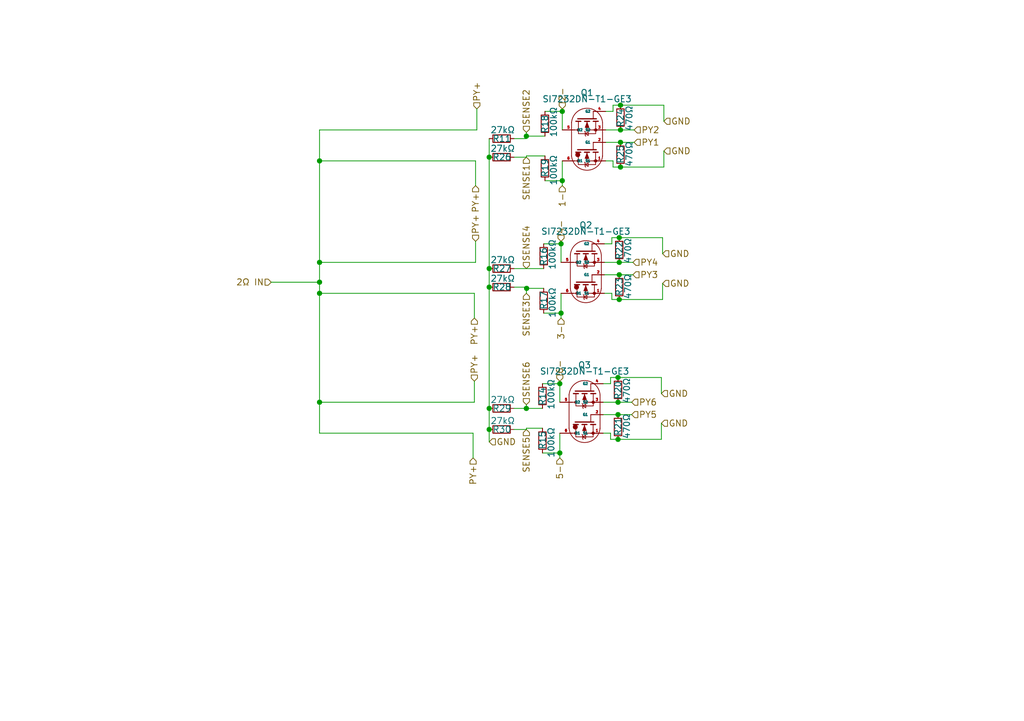
<source format=kicad_sch>
(kicad_sch (version 20231120) (generator "eeschema") (generator_version "8.0")
  (paper "A5")
  (title_block (title "WINTER Pyro Channels") (date "2024-04-24") (rev "3.2"))
  (lib_symbols
    (symbol "Device:R_Small" (pin_numbers hide) (pin_names (offset 0.254) hide)
      (property "Reference" "R" (at 0.762 0.508 0))
      (property "Value" "R_Small" (at 0.762 -1.016 0))
      (symbol "R_Small_0_1"
        (rectangle (start -0.762 1.778) (end 0.762 -1.778) (stroke (width 0.2032)))
      )
      (symbol "R_Small_1_1"
        (pin passive line (at 0 2.54 270) (length 0.762) (name "~") (number "1"))
        (pin passive line (at 0 -2.54 90) (length 0.762) (name "~") (number "2"))
      )
    )
    (symbol "rev3_components:SI7232DN-T1-GE3"
      (property "Reference" "Q" (at 4.064 5.334 0))
      (symbol "SI7232DN-T1-GE3_0_1"
        (polyline (pts (xy 0.0001 6.2634) (xy 0.0001 5.5014)))
        (polyline (pts (xy 1.7809 2.5595) (xy 1.7809 1.5435)) (stroke (width 0.254)))
        (polyline (pts (xy 1.7809 4.3375) (xy 1.7809 3.3215)) (stroke (width 0.254)))
        (polyline (pts (xy 1.7809 6.1155) (xy 1.7809 5.0995)) (stroke (width 0.254)))
        (polyline (pts (xy 2.2889 5.7345) (xy 2.2889 1.9245)) (stroke (width 0.254)))
        (polyline (pts (xy 2.3705 2.54) (xy 3.81 2.54)))
        (polyline (pts (xy 6.35 6.35) (xy 6.35 5.588)))
        (polyline (pts (xy 7.8309 0.6297) (xy 0.9347 0.6297)))
        (polyline (pts (xy 7.8916 6.9872) (xy 0.9954 6.9872)))
        (polyline (pts (xy 8.128 2.54) (xy 8.128 1.524)) (stroke (width 0.254)))
        (polyline (pts (xy 8.128 4.318) (xy 8.128 3.302)) (stroke (width 0.254)))
        (polyline (pts (xy 8.128 6.096) (xy 8.128 5.08)) (stroke (width 0.254)))
        (polyline (pts (xy 8.636 5.715) (xy 8.636 1.905)) (stroke (width 0.254)))
        (polyline (pts (xy 8.6953 2.5401) (xy 10.16 2.54)))
        (polyline (pts (xy 0.0029 1.2895) (xy 0.0029 3.8295) (xy 1.7809 3.8295)))
        (polyline (pts (xy 6.35 1.27) (xy 6.35 3.81) (xy 8.128 3.81)))
        (polyline (pts (xy -0.7591 4.2105) (xy -0.3781 3.5755) (xy -1.1401 3.5755) (xy -0.7591 4.2105)))
        (polyline (pts (xy -0.2511 4.3375) (xy -0.3781 4.2105) (xy -1.1401 4.2105) (xy -1.2671 4.0835)))
        (polyline (pts (xy 1.5269 3.8295) (xy 0.5109 4.2105) (xy 0.5109 3.4485) (xy 1.5269 3.8295)) (fill (type outline)))
        (polyline (pts (xy 1.7809 2.0515) (xy -0.7591 2.0515) (xy -0.7591 5.6075) (xy 1.7809 5.6075)))
        (polyline (pts (xy 5.588 4.191) (xy 5.969 3.556) (xy 5.207 3.556) (xy 5.588 4.191)))
        (polyline (pts (xy 6.096 4.318) (xy 5.969 4.191) (xy 5.207 4.191) (xy 5.08 4.064)))
        (polyline (pts (xy 7.874 3.81) (xy 6.858 4.191) (xy 6.858 3.429) (xy 7.874 3.81)) (fill (type outline)))
        (polyline (pts (xy 8.128 2.032) (xy 5.588 2.032) (xy 5.588 5.588) (xy 8.128 5.588)))
        (circle (center 0.0029 2.0515) (radius 0.254) (fill (type outline)))
        (circle (center 0.0029 5.6075) (radius 0.254) (fill (type outline)))
        (arc (start 1.0229 6.985) (mid -1.9146 3.81) (end 1.0229 0.635))
        (arc (start 1.27 5.715) (mid 1.27 5.715) (end 1.27 5.715) (stroke (width 1)))
        (circle (center 6.35 2.032) (radius 0.254) (fill (type outline)))
        (circle (center 6.35 5.588) (radius 0.254) (fill (type outline)))
        (arc (start 7.8671 0.635) (mid 10.8046 3.81) (end 7.8671 6.985))
      )
      (symbol "SI7232DN-T1-GE3_1_1"
        (pin passive line (at 0 0 90) (length 2.54) (name "S1") (number "1"))
        (pin passive line (at 3.81 0 90) (length 2.54) (name "G1") (number "2"))
        (pin passive line (at 6.35 0 90) (length 2.54) (name "S2") (number "3"))
        (pin passive line (at 10.16 0 90) (length 2.54) (name "G2") (number "4"))
        (pin passive line (at 6.35 8.89 270) (length 2.54) (name "D2") (number "5"))
        (pin passive line (at 0 8.89 270) (length 2.54) (name "D1") (number "6"))
      )
    )
  )
  (junction (at 115.062 50.038))
  (junction (at 114.808 92.964))
  (junction (at 107.95 83.82))
  (junction (at 65.532 60.198))
  (junction (at 114.808 78.74))
  (junction (at 127 48.768))
  (junction (at 127.254 29.21))
  (junction (at 65.532 57.912))
  (junction (at 65.532 33.02))
  (junction (at 127.254 21.59))
  (junction (at 126.746 82.55))
  (junction (at 100.33 32.258))
  (junction (at 100.33 83.82))
  (junction (at 100.33 55.118))
  (junction (at 108.0034 59.182))
  (junction (at 126.746 85.09))
  (junction (at 127 56.388))
  (junction (at 127 61.468))
  (junction (at 65.532 82.55))
  (junction (at 100.33 88.138))
  (junction (at 65.532 53.848))
  (junction (at 127.254 34.29))
  (junction (at 100.33 58.928))
  (junction (at 115.062 64.262))
  (junction (at 127 53.848))
  (junction (at 115.316 22.86))
  (junction (at 126.746 77.47))
  (junction (at 107.95 27.94))
  (junction (at 127.254 26.67))
  (junction (at 115.316 37.084))
  (junction (at 126.746 90.17))
  (wire (pts (xy 124.206 26.67) (xy 127.254 26.67)))
  (wire (pts (xy 115.062 60.198) (xy 115.062 64.262)))
  (wire (pts (xy 100.33 28.448) (xy 100.33 32.258)))
  (wire (pts (xy 65.532 53.848) (xy 65.532 33.02)))
  (wire (pts (xy 111.76 37.084) (xy 115.316 37.084)))
  (wire (pts (xy 105.41 83.82) (xy 107.95 83.82)))
  (wire (pts (xy 126.746 85.09) (xy 129.54 85.09)))
  (wire (pts (xy 124.206 22.86) (xy 125.73 22.86)))
  (wire (pts (xy 125.476 48.768) (xy 127 48.768)))
  (wire (pts (xy 123.952 56.388) (xy 127 56.388)))
  (wire (pts (xy 125.476 60.198) (xy 125.476 61.468)))
  (wire (pts (xy 123.952 53.848) (xy 127 53.848)))
  (wire (pts (xy 127 56.388) (xy 129.794 56.388)))
  (wire (pts (xy 107.95 87.884) (xy 111.252 87.884)))
  (wire (pts (xy 125.476 50.038) (xy 125.476 48.768)))
  (wire (pts (xy 97.536 33.02) (xy 97.536 38.1)))
  (wire (pts (xy 107.95 83.058) (xy 107.95 83.82)))
  (wire (pts (xy 126.746 90.17) (xy 135.636 90.17)))
  (wire (pts (xy 124.206 29.21) (xy 127.254 29.21)))
  (wire (pts (xy 107.95 88.138) (xy 107.95 87.884)))
  (wire (pts (xy 115.316 37.084) (xy 115.316 38.1)))
  (wire (pts (xy 97.282 60.198) (xy 97.282 65.278)))
  (wire (pts (xy 127.254 26.67) (xy 130.048 26.67)))
  (wire (pts (xy 127.254 34.29) (xy 136.144 34.29)))
  (wire (pts (xy 125.73 34.29) (xy 127.254 34.29)))
  (wire (pts (xy 136.144 21.59) (xy 136.144 24.892)))
  (wire (pts (xy 65.532 33.02) (xy 65.532 26.67)))
  (wire (pts (xy 125.476 61.468) (xy 127 61.468)))
  (wire (pts (xy 97.282 78.232) (xy 97.282 82.55)))
  (wire (pts (xy 114.808 78.232) (xy 114.808 78.74)))
  (wire (pts (xy 125.73 22.86) (xy 125.73 21.59)))
  (wire (pts (xy 107.95 60.198) (xy 107.95 59.182)))
  (wire (pts (xy 125.222 88.9) (xy 125.222 90.17)))
  (wire (pts (xy 65.532 33.02) (xy 97.536 33.02)))
  (wire (pts (xy 123.698 78.74) (xy 125.222 78.74)))
  (wire (pts (xy 115.062 64.262) (xy 115.062 65.278)))
  (wire (pts (xy 135.636 77.47) (xy 135.636 80.772)))
  (wire (pts (xy 111.252 92.964) (xy 114.808 92.964)))
  (wire (pts (xy 65.532 88.9) (xy 65.532 82.55)))
  (wire (pts (xy 115.062 50.038) (xy 115.062 53.848)))
  (wire (pts (xy 65.532 82.55) (xy 97.282 82.55)))
  (wire (pts (xy 126.746 82.55) (xy 129.54 82.55)))
  (wire (pts (xy 115.316 33.02) (xy 115.316 37.084)))
  (wire (pts (xy 107.95 27.94) (xy 107.95 28.448)))
  (wire (pts (xy 105.41 28.448) (xy 107.95 28.448)))
  (wire (pts (xy 123.952 50.038) (xy 125.476 50.038)))
  (wire (pts (xy 114.808 78.74) (xy 114.808 82.55)))
  (wire (pts (xy 114.808 92.964) (xy 114.808 93.98)))
  (wire (pts (xy 127.254 29.21) (xy 130.048 29.21)))
  (wire (pts (xy 65.532 53.848) (xy 97.536 53.848)))
  (wire (pts (xy 65.532 88.9) (xy 97.028 88.9)))
  (wire (pts (xy 108.0034 58.928) (xy 108.0034 59.182)))
  (wire (pts (xy 65.532 82.55) (xy 65.532 60.198)))
  (wire (pts (xy 127 48.768) (xy 135.89 48.768)))
  (wire (pts (xy 100.33 32.258) (xy 100.33 55.118)))
  (wire (pts (xy 105.41 55.118) (xy 111.506 55.118)))
  (wire (pts (xy 65.532 57.912) (xy 65.532 53.848)))
  (wire (pts (xy 107.95 27.178) (xy 107.95 27.94)))
  (wire (pts (xy 123.698 85.09) (xy 126.746 85.09)))
  (wire (pts (xy 107.95 27.94) (xy 111.76 27.94)))
  (wire (pts (xy 107.95 32.258) (xy 107.95 32.004)))
  (wire (pts (xy 127 61.468) (xy 135.89 61.468)))
  (wire (pts (xy 107.95 59.182) (xy 108.0034 59.182)))
  (wire (pts (xy 125.222 90.17) (xy 126.746 90.17)))
  (wire (pts (xy 123.698 88.9) (xy 125.222 88.9)))
  (wire (pts (xy 127 53.848) (xy 129.794 53.848)))
  (wire (pts (xy 108.0034 59.182) (xy 111.506 59.182)))
  (wire (pts (xy 123.952 60.198) (xy 125.476 60.198)))
  (wire (pts (xy 126.746 77.47) (xy 135.636 77.47)))
  (wire (pts (xy 100.33 83.82) (xy 100.33 88.138)))
  (wire (pts (xy 125.73 21.59) (xy 127.254 21.59)))
  (wire (pts (xy 115.316 22.86) (xy 115.316 26.67)))
  (wire (pts (xy 55.626 57.912) (xy 65.532 57.912)))
  (wire (pts (xy 125.73 33.02) (xy 125.73 34.29)))
  (wire (pts (xy 114.808 88.9) (xy 114.808 92.964)))
  (wire (pts (xy 125.222 78.74) (xy 125.222 77.47)))
  (wire (pts (xy 111.252 78.74) (xy 114.808 78.74)))
  (wire (pts (xy 107.95 83.82) (xy 111.252 83.82)))
  (wire (pts (xy 111.76 22.86) (xy 115.316 22.86)))
  (wire (pts (xy 135.89 48.768) (xy 135.89 52.07)))
  (wire (pts (xy 65.532 60.198) (xy 65.532 57.912)))
  (wire (pts (xy 97.536 49.53) (xy 97.536 53.848)))
  (wire (pts (xy 136.144 34.29) (xy 136.144 30.988)))
  (wire (pts (xy 127.254 21.59) (xy 136.144 21.59)))
  (wire (pts (xy 100.33 58.928) (xy 100.33 83.82)))
  (wire (pts (xy 124.206 33.02) (xy 125.73 33.02)))
  (wire (pts (xy 65.532 26.67) (xy 97.79 26.67)))
  (wire (pts (xy 107.95 32.004) (xy 111.76 32.004)))
  (wire (pts (xy 97.79 22.352) (xy 97.79 26.67)))
  (wire (pts (xy 111.506 64.262) (xy 115.062 64.262)))
  (wire (pts (xy 100.33 55.118) (xy 100.33 58.928)))
  (wire (pts (xy 115.062 49.53) (xy 115.062 50.038)))
  (wire (pts (xy 105.41 58.928) (xy 108.0034 58.928)))
  (wire (pts (xy 135.89 61.468) (xy 135.89 58.166)))
  (wire (pts (xy 65.532 60.198) (xy 97.282 60.198)))
  (wire (pts (xy 135.636 90.17) (xy 135.636 86.868)))
  (wire (pts (xy 107.95 88.138) (xy 105.41 88.138)))
  (wire (pts (xy 125.222 77.47) (xy 126.746 77.47)))
  (wire (pts (xy 105.41 32.258) (xy 107.95 32.258)))
  (wire (pts (xy 97.028 88.9) (xy 97.028 93.98)))
  (wire (pts (xy 111.506 50.038) (xy 115.062 50.038)))
  (wire (pts (xy 100.33 88.138) (xy 100.33 90.678)))
  (wire (pts (xy 123.698 82.55) (xy 126.746 82.55)))
  (wire (pts (xy 115.316 22.352) (xy 115.316 22.86)))
  (hierarchical_label "SENSE1" (shape input) (at 107.95 32.258 270))
  (hierarchical_label "GND" (shape input) (at 136.144 30.988 0))
  (hierarchical_label "PY4" (shape input) (at 129.794 53.848 0))
  (hierarchical_label "6-" (shape input) (at 114.808 78.232 90))
  (hierarchical_label "PY5" (shape input) (at 129.54 85.09 0))
  (hierarchical_label "PY3" (shape input) (at 129.794 56.388 0))
  (hierarchical_label "4-" (shape input) (at 115.062 49.53 90))
  (hierarchical_label "2-" (shape input) (at 115.316 22.352 90))
  (hierarchical_label "3-" (shape input) (at 115.062 65.278 270))
  (hierarchical_label "SENSE6" (shape input) (at 107.95 83.058 90))
  (hierarchical_label "5-" (shape input) (at 114.808 93.98 270))
  (hierarchical_label "GND" (shape input) (at 100.33 90.678 0))
  (hierarchical_label "PY+" (shape input) (at 97.282 65.278 270))
  (hierarchical_label "GND" (shape input) (at 135.636 80.772 0))
  (hierarchical_label "PY+" (shape input) (at 97.028 93.98 270))
  (hierarchical_label "PY+" (shape input) (at 97.282 78.232 90))
  (hierarchical_label "GND" (shape input) (at 136.144 24.892 0))
  (hierarchical_label "GND" (shape input) (at 135.89 52.07 0))
  (hierarchical_label "PY+" (shape input) (at 97.79 22.352 90))
  (hierarchical_label "PY+" (shape input) (at 97.536 49.53 90))
  (hierarchical_label "2Ω IN" (shape input) (at 55.626 57.912 180))
  (hierarchical_label "SENSE3" (shape input) (at 107.95 60.198 270))
  (hierarchical_label "GND" (shape input) (at 135.636 86.868 0))
  (hierarchical_label "GND" (shape input) (at 135.89 58.166 0))
  (hierarchical_label "1-" (shape input) (at 115.316 38.1 270))
  (hierarchical_label "PY+" (shape input) (at 97.536 38.1 270))
  (hierarchical_label "SENSE5" (shape input) (at 107.95 88.138 270))
  (hierarchical_label "SENSE2" (shape input) (at 107.95 27.178 90))
  (hierarchical_label "PY6" (shape input) (at 129.54 82.55 0))
  (hierarchical_label "SENSE4" (shape input) (at 107.95 55.118 90))
  (hierarchical_label "PY2" (shape input) (at 130.048 26.67 0))
  (hierarchical_label "PY1" (shape input) (at 130.048 29.21 0))
  (symbol (lib_id "Device:R_Small") (at 127 51.308 0) (unit 1)
    (property "Reference" "R22" (at 127 53.34 90) (effects (justify left)))
    (property "Value" "470Ω" (at 128.778 54.102 90) (effects (justify left)))
    (property "Footprint" "Resistor_SMD:R_0603_1608Metric" (effects (hide yes)))
  )
  (symbol (lib_id "Device:R_Small") (at 102.87 83.82 90) (unit 1)
    (property "Reference" "R29" (at 104.902 83.82 90) (effects (justify left)))
    (property "Value" "27kΩ" (at 105.664 82.042 90) (effects (justify left)))
    (property "Footprint" "Resistor_SMD:R_0603_1608Metric" (effects (hide yes)))
  )
  (symbol (lib_id "Device:R_Small") (at 126.746 80.01 0) (unit 1)
    (property "Reference" "R20" (at 126.746 82.042 90) (effects (justify left)))
    (property "Value" "470Ω" (at 128.524 82.804 90) (effects (justify left)))
    (property "Footprint" "Resistor_SMD:R_0603_1608Metric" (effects (hide yes)))
  )
  (symbol (lib_id "rev3_components:SI7232DN-T1-GE3") (at 123.698 88.9 90) (unit 1)
    (property "Reference" "Q3" (at 119.8895 74.93 90))
    (property "Value" "SI7232DN-T1-GE3" (at 119.8895 76.2 90))
    (property "Footprint" "rev3footprints:TRANS_SI7232DN-T1-GE3" (effects (hide yes)))
  )
  (symbol (lib_id "Device:R_Small") (at 111.76 34.544 0) (mirror x) (unit 1)
    (property "Reference" "R19" (at 111.76 32.512 90) (effects (justify left)))
    (property "Value" "100kΩ" (at 113.538 31.75 90) (effects (justify left)))
    (property "Footprint" "Resistor_SMD:R_0603_1608Metric" (effects (hide yes)))
  )
  (symbol (lib_id "Device:R_Small") (at 111.252 90.424 0) (mirror x) (unit 1)
    (property "Reference" "R15" (at 111.252 88.392 90) (effects (justify left)))
    (property "Value" "100kΩ" (at 113.03 87.63 90) (effects (justify left)))
    (property "Footprint" "Resistor_SMD:R_0603_1608Metric" (effects (hide yes)))
  )
  (symbol (lib_id "Device:R_Small") (at 126.746 87.63 0) (mirror x) (unit 1)
    (property "Reference" "R21" (at 126.746 85.598 90) (effects (justify left)))
    (property "Value" "470Ω" (at 128.524 84.836 90) (effects (justify left)))
    (property "Footprint" "Resistor_SMD:R_0603_1608Metric" (effects (hide yes)))
  )
  (symbol (lib_id "Device:R_Small") (at 102.87 58.928 90) (unit 1)
    (property "Reference" "R28" (at 104.902 58.928 90) (effects (justify left)))
    (property "Value" "27kΩ" (at 105.664 57.15 90) (effects (justify left)))
    (property "Footprint" "Resistor_SMD:R_0603_1608Metric" (effects (hide yes)))
  )
  (symbol (lib_id "Device:R_Small") (at 111.506 61.722 0) (mirror x) (unit 1)
    (property "Reference" "R17" (at 111.506 59.69 90) (effects (justify left)))
    (property "Value" "100kΩ" (at 113.284 58.928 90) (effects (justify left)))
    (property "Footprint" "Resistor_SMD:R_0603_1608Metric" (effects (hide yes)))
  )
  (symbol (lib_id "rev3_components:SI7232DN-T1-GE3") (at 124.206 33.02 90) (unit 1)
    (property "Reference" "Q1" (at 120.3975 19.05 90))
    (property "Value" "SI7232DN-T1-GE3" (at 120.3975 20.32 90))
    (property "Footprint" "rev3footprints:TRANS_SI7232DN-T1-GE3" (effects (hide yes)))
  )
  (symbol (lib_id "Device:R_Small") (at 127.254 31.75 0) (mirror x) (unit 1)
    (property "Reference" "R25" (at 127.254 29.718 90) (effects (justify left)))
    (property "Value" "470Ω" (at 129.032 28.956 90) (effects (justify left)))
    (property "Footprint" "Resistor_SMD:R_0603_1608Metric" (effects (hide yes)))
  )
  (symbol (lib_id "Device:R_Small") (at 111.506 52.578 0) (unit 1)
    (property "Reference" "R16" (at 111.506 54.61 90) (effects (justify left)))
    (property "Value" "100kΩ" (at 113.284 55.372 90) (effects (justify left)))
    (property "Footprint" "Resistor_SMD:R_0603_1608Metric" (effects (hide yes)))
  )
  (symbol (lib_id "Device:R_Small") (at 111.252 81.28 0) (unit 1)
    (property "Reference" "R14" (at 111.252 83.312 90) (effects (justify left)))
    (property "Value" "100kΩ" (at 113.03 84.074 90) (effects (justify left)))
    (property "Footprint" "Resistor_SMD:R_0603_1608Metric" (effects (hide yes)))
  )
  (symbol (lib_id "Device:R_Small") (at 102.87 88.138 90) (unit 1)
    (property "Reference" "R30" (at 104.902 88.138 90) (effects (justify left)))
    (property "Value" "27kΩ" (at 105.664 86.36 90) (effects (justify left)))
    (property "Footprint" "Resistor_SMD:R_0603_1608Metric" (effects (hide yes)))
  )
  (symbol (lib_id "Device:R_Small") (at 127.254 24.13 0) (unit 1)
    (property "Reference" "R24" (at 127.254 26.162 90) (effects (justify left)))
    (property "Value" "470Ω" (at 129.032 26.924 90) (effects (justify left)))
    (property "Footprint" "Resistor_SMD:R_0603_1608Metric" (effects (hide yes)))
  )
  (symbol (lib_id "Device:R_Small") (at 102.87 32.258 90) (unit 1)
    (property "Reference" "R26" (at 104.902 32.258 90) (effects (justify left)))
    (property "Value" "27kΩ" (at 105.664 30.48 90) (effects (justify left)))
    (property "Footprint" "Resistor_SMD:R_0603_1608Metric" (effects (hide yes)))
  )
  (symbol (lib_id "Device:R_Small") (at 111.76 25.4 0) (unit 1)
    (property "Reference" "R18" (at 111.76 27.432 90) (effects (justify left)))
    (property "Value" "100kΩ" (at 113.538 28.194 90) (effects (justify left)))
    (property "Footprint" "Resistor_SMD:R_0603_1608Metric" (effects (hide yes)))
  )
  (symbol (lib_id "Device:R_Small") (at 127 58.928 0) (mirror x) (unit 1)
    (property "Reference" "R23" (at 127 56.896 90) (effects (justify left)))
    (property "Value" "470Ω" (at 128.778 56.134 90) (effects (justify left)))
    (property "Footprint" "Resistor_SMD:R_0603_1608Metric" (effects (hide yes)))
  )
  (symbol (lib_id "Device:R_Small") (at 102.87 55.118 90) (unit 1)
    (property "Reference" "R27" (at 104.902 55.118 90) (effects (justify left)))
    (property "Value" "27kΩ" (at 105.664 53.34 90) (effects (justify left)))
    (property "Footprint" "Resistor_SMD:R_0603_1608Metric" (effects (hide yes)))
  )
  (symbol (lib_id "Device:R_Small") (at 102.87 28.448 90) (unit 1)
    (property "Reference" "R11" (at 104.902 28.448 90) (effects (justify left)))
    (property "Value" "27kΩ" (at 105.664 26.67 90) (effects (justify left)))
    (property "Footprint" "Resistor_SMD:R_0603_1608Metric" (effects (hide yes)))
  )
  (symbol (lib_id "rev3_components:SI7232DN-T1-GE3") (at 123.952 60.198 90) (unit 1)
    (property "Reference" "Q2" (at 120.1435 46.228 90))
    (property "Value" "SI7232DN-T1-GE3" (at 120.1435 47.498 90))
    (property "Footprint" "rev3footprints:TRANS_SI7232DN-T1-GE3" (effects (hide yes)))
  )
)
</source>
